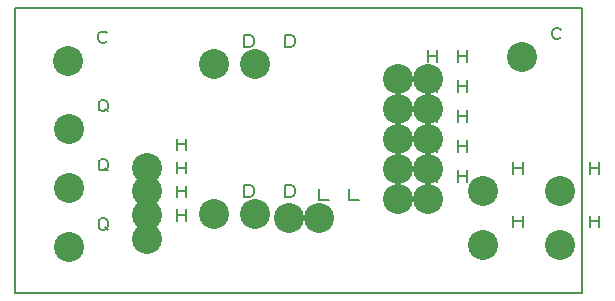
<source format=gbr>
G04 DesignSpark PCB Gerber Version 12.0 Build 5942*
%FSLAX34Y34*%
%MOIN*%
%ADD10C,0.00500*%
%ADD27C,0.10000*%
X0Y0D02*
D02*
D10*
X525Y275D02*
X19400D01*
Y9775D01*
X525D01*
Y275D01*
X3588Y8681D02*
X3556Y8650D01*
X3494Y8619D01*
X3400D01*
X3338Y8650D01*
X3306Y8681D01*
X3275Y8744D01*
Y8869D01*
X3306Y8931D01*
X3338Y8963D01*
X3400Y8994D01*
X3494D01*
X3556Y8963D01*
X3588Y8931D01*
X3297Y2518D02*
Y2643D01*
X3328Y2706D01*
X3359Y2737D01*
X3422Y2768D01*
X3484D01*
X3547Y2737D01*
X3578Y2706D01*
X3609Y2643D01*
Y2518D01*
X3578Y2456D01*
X3547Y2425D01*
X3484Y2393D01*
X3422D01*
X3359Y2425D01*
X3328Y2456D01*
X3297Y2518D01*
X3515Y2487D02*
X3609Y2393D01*
X3297Y4487D02*
Y4612D01*
X3328Y4674D01*
X3359Y4706D01*
X3422Y4737D01*
X3484D01*
X3547Y4706D01*
X3578Y4674D01*
X3609Y4612D01*
Y4487D01*
X3578Y4424D01*
X3547Y4393D01*
X3484Y4362D01*
X3422D01*
X3359Y4393D01*
X3328Y4424D01*
X3297Y4487D01*
X3515Y4456D02*
X3609Y4362D01*
X3297Y6455D02*
Y6580D01*
X3328Y6643D01*
X3359Y6674D01*
X3422Y6705D01*
X3484D01*
X3547Y6674D01*
X3578Y6643D01*
X3609Y6580D01*
Y6455D01*
X3578Y6393D01*
X3547Y6362D01*
X3484Y6330D01*
X3422D01*
X3359Y6362D01*
X3328Y6393D01*
X3297Y6455D01*
X3515Y6424D02*
X3609Y6330D01*
X5900Y2688D02*
Y3063D01*
Y2875D02*
X6213D01*
Y2688D02*
Y3063D01*
X5900Y3475D02*
Y3850D01*
Y3663D02*
X6213D01*
Y3475D02*
Y3850D01*
X5900Y4262D02*
Y4637D01*
Y4450D02*
X6213D01*
Y4262D02*
Y4637D01*
X5900Y5050D02*
Y5425D01*
Y5237D02*
X6213D01*
Y5050D02*
Y5425D01*
X8150Y3494D02*
Y3869D01*
X8338D01*
X8400Y3838D01*
X8431Y3806D01*
X8463Y3744D01*
Y3619D01*
X8431Y3556D01*
X8400Y3525D01*
X8338Y3494D01*
X8150D01*
Y8494D02*
Y8869D01*
X8338D01*
X8400Y8838D01*
X8431Y8806D01*
X8463Y8744D01*
Y8619D01*
X8431Y8556D01*
X8400Y8525D01*
X8338Y8494D01*
X8150D01*
X9525Y3494D02*
Y3869D01*
X9713D01*
X9775Y3838D01*
X9806Y3806D01*
X9838Y3744D01*
Y3619D01*
X9806Y3556D01*
X9775Y3525D01*
X9713Y3494D01*
X9525D01*
Y8494D02*
Y8869D01*
X9713D01*
X9775Y8838D01*
X9806Y8806D01*
X9838Y8744D01*
Y8619D01*
X9806Y8556D01*
X9775Y8525D01*
X9713Y8494D01*
X9525D01*
X10650Y3744D02*
Y3369D01*
X10963D01*
X11650Y3744D02*
Y3369D01*
X11963D01*
X14275Y3994D02*
Y4369D01*
Y4181D02*
X14588D01*
Y3994D02*
Y4369D01*
X14275Y4994D02*
Y5369D01*
Y5181D02*
X14588D01*
Y4994D02*
Y5369D01*
X14275Y5994D02*
Y6369D01*
Y6181D02*
X14588D01*
Y5994D02*
Y6369D01*
X14275Y6994D02*
Y7369D01*
Y7181D02*
X14588D01*
Y6994D02*
Y7369D01*
X14275Y7994D02*
Y8369D01*
Y8181D02*
X14588D01*
Y7994D02*
Y8369D01*
X15275Y3994D02*
Y4369D01*
Y4181D02*
X15588D01*
Y3994D02*
Y4369D01*
X15275Y4994D02*
Y5369D01*
Y5181D02*
X15588D01*
Y4994D02*
Y5369D01*
X15275Y5994D02*
Y6369D01*
Y6181D02*
X15588D01*
Y5994D02*
Y6369D01*
X15275Y6994D02*
Y7369D01*
Y7181D02*
X15588D01*
Y6994D02*
Y7369D01*
X15275Y7994D02*
Y8369D01*
Y8181D02*
X15588D01*
Y7994D02*
Y8369D01*
X17120Y2479D02*
Y2854D01*
Y2666D02*
X17433D01*
Y2479D02*
Y2854D01*
X17120Y4259D02*
Y4634D01*
Y4446D02*
X17433D01*
Y4259D02*
Y4634D01*
X18713Y8806D02*
X18681Y8775D01*
X18619Y8744D01*
X18525D01*
X18463Y8775D01*
X18431Y8806D01*
X18400Y8869D01*
Y8994D01*
X18431Y9056D01*
X18463Y9088D01*
X18525Y9119D01*
X18619D01*
X18681Y9088D01*
X18713Y9056D01*
X19680Y2479D02*
Y2854D01*
Y2666D02*
X19993D01*
Y2479D02*
Y2854D01*
X19680Y4259D02*
Y4634D01*
Y4446D02*
X19993D01*
Y4259D02*
Y4634D01*
D02*
D27*
X2275Y8025D03*
X2297Y1800D03*
Y3768D03*
Y5737D03*
X4900Y2094D03*
Y2881D03*
Y3669D03*
Y4456D03*
X7150Y2900D03*
Y7900D03*
X8525Y2900D03*
Y7900D03*
X9650Y2775D03*
X10650D03*
X13275Y3400D03*
Y4400D03*
Y5400D03*
Y6400D03*
Y7400D03*
X14275Y3400D03*
Y4400D03*
Y5400D03*
Y6400D03*
Y7400D03*
X16120Y1885D03*
Y3665D03*
X17400Y8150D03*
X18680Y1885D03*
Y3665D03*
X0Y0D02*
M02*

</source>
